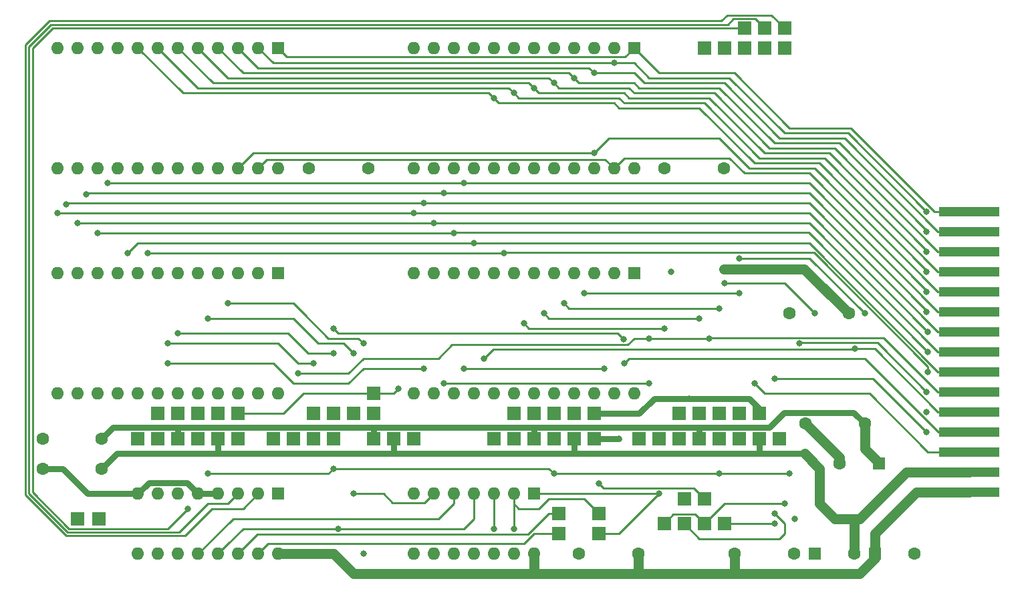
<source format=gbl>
G04 #@! TF.GenerationSoftware,KiCad,Pcbnew,(6.0.0)*
G04 #@! TF.CreationDate,2022-11-09T00:48:37-05:00*
G04 #@! TF.ProjectId,Sorcerer Rom Pack,536f7263-6572-4657-9220-526f6d205061,rev?*
G04 #@! TF.SameCoordinates,Original*
G04 #@! TF.FileFunction,Copper,L2,Bot*
G04 #@! TF.FilePolarity,Positive*
%FSLAX46Y46*%
G04 Gerber Fmt 4.6, Leading zero omitted, Abs format (unit mm)*
G04 Created by KiCad (PCBNEW (6.0.0)) date 2022-11-09 00:48:37*
%MOMM*%
%LPD*%
G01*
G04 APERTURE LIST*
G04 #@! TA.AperFunction,ComponentPad*
%ADD10R,1.700000X1.700000*%
G04 #@! TD*
G04 #@! TA.AperFunction,ComponentPad*
%ADD11R,1.600000X1.600000*%
G04 #@! TD*
G04 #@! TA.AperFunction,ComponentPad*
%ADD12O,1.600000X1.600000*%
G04 #@! TD*
G04 #@! TA.AperFunction,ConnectorPad*
%ADD13R,7.600000X1.270000*%
G04 #@! TD*
G04 #@! TA.AperFunction,ComponentPad*
%ADD14C,1.600000*%
G04 #@! TD*
G04 #@! TA.AperFunction,ViaPad*
%ADD15C,0.800000*%
G04 #@! TD*
G04 #@! TA.AperFunction,Conductor*
%ADD16C,1.270000*%
G04 #@! TD*
G04 #@! TA.AperFunction,Conductor*
%ADD17C,0.800000*%
G04 #@! TD*
G04 #@! TA.AperFunction,Conductor*
%ADD18C,0.250000*%
G04 #@! TD*
G04 APERTURE END LIST*
D10*
X100330000Y-121285000D03*
X161925000Y-74930000D03*
X146050000Y-136525000D03*
X100330000Y-124460000D03*
D11*
X105410000Y-131445000D03*
D12*
X102870000Y-131445000D03*
X100330000Y-131445000D03*
X97790000Y-131445000D03*
X95250000Y-131445000D03*
X92710000Y-131445000D03*
X90170000Y-131445000D03*
X87630000Y-131445000D03*
X87630000Y-139065000D03*
X90170000Y-139065000D03*
X92710000Y-139065000D03*
X95250000Y-139065000D03*
X97790000Y-139065000D03*
X100330000Y-139065000D03*
X102870000Y-139065000D03*
X105410000Y-139065000D03*
D10*
X140970000Y-136525000D03*
X97790000Y-124460000D03*
X161290000Y-121285000D03*
X140335000Y-121285000D03*
X153670000Y-124460000D03*
D13*
X192985000Y-95660000D03*
X192985000Y-98200000D03*
X192985000Y-100740000D03*
X192985000Y-103280000D03*
X192985000Y-105820000D03*
X192985000Y-108360000D03*
X192985000Y-110900000D03*
X192985000Y-113440000D03*
X192985000Y-115980000D03*
X192985000Y-118520000D03*
X192985000Y-121060000D03*
X192985000Y-123600000D03*
X192985000Y-126140000D03*
X192985000Y-128680000D03*
X192985000Y-131220000D03*
D10*
X122555000Y-124460000D03*
D11*
X150500000Y-74925000D03*
D12*
X147960000Y-74925000D03*
X145420000Y-74925000D03*
X142880000Y-74925000D03*
X140340000Y-74925000D03*
X137800000Y-74925000D03*
X135260000Y-74925000D03*
X132720000Y-74925000D03*
X130180000Y-74925000D03*
X127640000Y-74925000D03*
X125100000Y-74925000D03*
X122560000Y-74925000D03*
X122560000Y-90165000D03*
X125100000Y-90165000D03*
X127640000Y-90165000D03*
X130180000Y-90165000D03*
X132720000Y-90165000D03*
X135260000Y-90165000D03*
X137800000Y-90165000D03*
X140340000Y-90165000D03*
X142880000Y-90165000D03*
X145420000Y-90165000D03*
X147960000Y-90165000D03*
X150500000Y-90165000D03*
D10*
X82695000Y-134620000D03*
X164465000Y-72390000D03*
X159385000Y-132080000D03*
X166370000Y-121285000D03*
D14*
X83065000Y-124460000D03*
X75565000Y-124460000D03*
D10*
X135255000Y-124460000D03*
X145415000Y-124460000D03*
X87630000Y-124460000D03*
X167005000Y-74930000D03*
X117475000Y-121285000D03*
D14*
X177680000Y-108585000D03*
X170180000Y-108585000D03*
D10*
X163830000Y-124460000D03*
X95250000Y-121285000D03*
X166370000Y-124460000D03*
X92710000Y-124460000D03*
X112395000Y-121285000D03*
X104775000Y-124460000D03*
X142875000Y-121285000D03*
X92710000Y-121285000D03*
X90170000Y-124460000D03*
X156845000Y-135255000D03*
X90170000Y-121285000D03*
X117475000Y-118745000D03*
X132715000Y-124460000D03*
X151130000Y-124460000D03*
X140970000Y-133985000D03*
X135255000Y-121285000D03*
X137795000Y-121285000D03*
X156845000Y-132080000D03*
X142875000Y-124460000D03*
D11*
X105410000Y-103500000D03*
D12*
X102870000Y-103500000D03*
X100330000Y-103500000D03*
X97790000Y-103500000D03*
X95250000Y-103500000D03*
X92710000Y-103500000D03*
X90170000Y-103500000D03*
X87630000Y-103500000D03*
X85090000Y-103500000D03*
X82550000Y-103500000D03*
X80010000Y-103500000D03*
X77470000Y-103500000D03*
X77470000Y-118740000D03*
X80010000Y-118740000D03*
X82550000Y-118740000D03*
X85090000Y-118740000D03*
X87630000Y-118740000D03*
X90170000Y-118740000D03*
X92710000Y-118740000D03*
X95250000Y-118740000D03*
X97790000Y-118740000D03*
X100330000Y-118740000D03*
X102870000Y-118740000D03*
X105410000Y-118740000D03*
D10*
X114935000Y-121285000D03*
X168910000Y-124460000D03*
X140335000Y-124460000D03*
X109855000Y-121285000D03*
X159385000Y-74930000D03*
X154305000Y-135255000D03*
X161290000Y-124460000D03*
X137795000Y-124460000D03*
D14*
X154365000Y-90170000D03*
X161865000Y-90170000D03*
D10*
X117475000Y-124460000D03*
X156210000Y-121285000D03*
X167005000Y-72390000D03*
X95250000Y-124460000D03*
X146050000Y-133985000D03*
X112395000Y-124460000D03*
X158750000Y-121285000D03*
X163830000Y-121285000D03*
X109855000Y-124460000D03*
X145415000Y-121285000D03*
D11*
X137800000Y-131455000D03*
D12*
X135260000Y-131455000D03*
X132720000Y-131455000D03*
X130180000Y-131455000D03*
X127640000Y-131455000D03*
X125100000Y-131455000D03*
X122560000Y-131455000D03*
X122560000Y-139075000D03*
X125100000Y-139075000D03*
X127640000Y-139075000D03*
X130180000Y-139075000D03*
X132720000Y-139075000D03*
X135260000Y-139075000D03*
X137800000Y-139075000D03*
D10*
X169545000Y-72390000D03*
X80010000Y-134620000D03*
D11*
X173395000Y-139065000D03*
D14*
X178395000Y-139065000D03*
X109340000Y-90170000D03*
X116840000Y-90170000D03*
D10*
X156210000Y-124460000D03*
X159385000Y-135255000D03*
X161925000Y-135255000D03*
X107315000Y-124460000D03*
D11*
X105410000Y-74930000D03*
D12*
X102870000Y-74930000D03*
X100330000Y-74930000D03*
X97790000Y-74930000D03*
X95250000Y-74930000D03*
X92710000Y-74930000D03*
X90170000Y-74930000D03*
X87630000Y-74930000D03*
X85090000Y-74930000D03*
X82550000Y-74930000D03*
X80010000Y-74930000D03*
X77470000Y-74930000D03*
X77470000Y-90170000D03*
X80010000Y-90170000D03*
X82550000Y-90170000D03*
X85090000Y-90170000D03*
X87630000Y-90170000D03*
X90170000Y-90170000D03*
X92710000Y-90170000D03*
X95250000Y-90170000D03*
X97790000Y-90170000D03*
X100330000Y-90170000D03*
X102870000Y-90170000D03*
X105410000Y-90170000D03*
D14*
X179705000Y-122555000D03*
X172205000Y-122555000D03*
D10*
X120015000Y-124460000D03*
D11*
X181530000Y-127635000D03*
D14*
X176530000Y-127635000D03*
D10*
X97790000Y-121285000D03*
D11*
X181015000Y-139065000D03*
D14*
X186015000Y-139065000D03*
X151010000Y-139065000D03*
X143510000Y-139065000D03*
X75565000Y-128270000D03*
X83065000Y-128270000D03*
D10*
X158750000Y-124460000D03*
D11*
X150500000Y-103500000D03*
D12*
X147960000Y-103500000D03*
X145420000Y-103500000D03*
X142880000Y-103500000D03*
X140340000Y-103500000D03*
X137800000Y-103500000D03*
X135260000Y-103500000D03*
X132720000Y-103500000D03*
X130180000Y-103500000D03*
X127640000Y-103500000D03*
X125100000Y-103500000D03*
X122560000Y-103500000D03*
X122560000Y-118740000D03*
X125100000Y-118740000D03*
X127640000Y-118740000D03*
X130180000Y-118740000D03*
X132720000Y-118740000D03*
X135260000Y-118740000D03*
X137800000Y-118740000D03*
X140340000Y-118740000D03*
X142880000Y-118740000D03*
X145420000Y-118740000D03*
X147960000Y-118740000D03*
X150500000Y-118740000D03*
D10*
X169545000Y-74930000D03*
D14*
X163255000Y-139065000D03*
X170755000Y-139065000D03*
D10*
X164465000Y-74930000D03*
D15*
X155164999Y-103280001D03*
X148590000Y-124460000D03*
X110490000Y-139065000D03*
X178435000Y-113030000D03*
X169545000Y-132715000D03*
X131445000Y-114300000D03*
X187550000Y-121060000D03*
X168275000Y-133985000D03*
X163830000Y-101600000D03*
X179705000Y-108585000D03*
X187550000Y-123600000D03*
X168275000Y-116840000D03*
X168275000Y-135255000D03*
X173355000Y-108585000D03*
X161925000Y-104775000D03*
X140335000Y-128905000D03*
X170180000Y-128905000D03*
X96520000Y-128905000D03*
X187550000Y-118520000D03*
X161290000Y-128905000D03*
X171450000Y-112395000D03*
X112395000Y-128270000D03*
X160020000Y-111760000D03*
X107950000Y-116205000D03*
X152400000Y-111760000D03*
X165735000Y-117475000D03*
X153670000Y-131445000D03*
X147960000Y-76830000D03*
X187550000Y-95660000D03*
X145420000Y-78100000D03*
X142880000Y-78735000D03*
X187550000Y-98200000D03*
X137800000Y-80005000D03*
X187550000Y-100740000D03*
X187550000Y-103280000D03*
X132720000Y-81275000D03*
X145420000Y-88260000D03*
X187550000Y-105820000D03*
X128905000Y-92075000D03*
X83820000Y-92075000D03*
X126365000Y-93345000D03*
X187550000Y-108360000D03*
X81134511Y-93490489D03*
X78594511Y-94760489D03*
X123825000Y-94615000D03*
X122560000Y-95885000D03*
X187735000Y-110900000D03*
X77470000Y-95885000D03*
X80010000Y-97155000D03*
X125100000Y-97155000D03*
X82550000Y-98425000D03*
X187735000Y-113440000D03*
X127635000Y-98425000D03*
X86360000Y-100965000D03*
X130180000Y-99700000D03*
X187735000Y-115980000D03*
X133985000Y-100965000D03*
X88900000Y-100965000D03*
X149135489Y-111849511D03*
X149225000Y-114935000D03*
X114935000Y-131445000D03*
X112395000Y-110490000D03*
X132720000Y-135885000D03*
X163830000Y-106045000D03*
X144145000Y-106045000D03*
X123825000Y-115570000D03*
X91440000Y-114935000D03*
X113030000Y-135890000D03*
X140340000Y-79370000D03*
X135260000Y-80640000D03*
X170815000Y-134620000D03*
X120650000Y-118110000D03*
X116205000Y-139065000D03*
X157480000Y-119380000D03*
X161865000Y-102930000D03*
X161290000Y-107950000D03*
X141605000Y-107315000D03*
X139065000Y-108585000D03*
X158750000Y-109220000D03*
X154305000Y-110490000D03*
X136525000Y-109855000D03*
X114935000Y-113665000D03*
X96520000Y-109220000D03*
X112395000Y-113665000D03*
X92710000Y-111125000D03*
X91440000Y-112395000D03*
X109855000Y-114935000D03*
X99060000Y-107315000D03*
X116205000Y-112395000D03*
X152400000Y-117475000D03*
X126365000Y-117475000D03*
X146050000Y-130175000D03*
X146685000Y-115570000D03*
X128905000Y-115570000D03*
X93980000Y-133350000D03*
X135260000Y-135885000D03*
D16*
X151010000Y-139065000D02*
X151010000Y-141485000D01*
X151130000Y-141605000D02*
X163195000Y-141605000D01*
X181015000Y-136485000D02*
X181015000Y-139065000D01*
X186280000Y-131220000D02*
X181015000Y-136485000D01*
X163195000Y-141605000D02*
X163255000Y-141545000D01*
X163255000Y-141545000D02*
X163255000Y-139065000D01*
D17*
X145415000Y-124460000D02*
X148590000Y-124460000D01*
D16*
X151010000Y-141485000D02*
X151130000Y-141605000D01*
X192985000Y-131220000D02*
X186280000Y-131220000D01*
X163195000Y-141605000D02*
X179070000Y-141605000D01*
X137795000Y-141605000D02*
X151130000Y-141605000D01*
X114935000Y-141605000D02*
X137795000Y-141605000D01*
X137795000Y-141605000D02*
X137800000Y-141600000D01*
X179070000Y-141605000D02*
X181015000Y-139660000D01*
X105410000Y-139065000D02*
X112395000Y-139065000D01*
X181015000Y-139660000D02*
X181015000Y-139065000D01*
X112395000Y-139065000D02*
X114935000Y-141605000D01*
X137800000Y-141600000D02*
X137800000Y-139075000D01*
X179070000Y-134620000D02*
X178435000Y-134620000D01*
X185010000Y-128680000D02*
X179070000Y-134620000D01*
X175895000Y-134620000D02*
X173990000Y-132715000D01*
D17*
X97790000Y-126365000D02*
X97790000Y-124460000D01*
X166370000Y-126365000D02*
X172085000Y-126365000D01*
X84970000Y-126365000D02*
X97790000Y-126365000D01*
D16*
X173990000Y-132715000D02*
X173990000Y-128270000D01*
X178435000Y-134620000D02*
X175895000Y-134620000D01*
D17*
X83065000Y-128270000D02*
X84970000Y-126365000D01*
D16*
X192985000Y-128680000D02*
X185010000Y-128680000D01*
D17*
X120015000Y-124460000D02*
X120015000Y-126365000D01*
X97790000Y-126365000D02*
X120015000Y-126365000D01*
D16*
X178395000Y-139065000D02*
X178395000Y-134660000D01*
X173990000Y-128270000D02*
X172085000Y-126365000D01*
D17*
X142875000Y-124460000D02*
X142875000Y-126365000D01*
X166370000Y-124460000D02*
X166370000Y-126365000D01*
D16*
X178395000Y-134660000D02*
X178435000Y-134620000D01*
D17*
X142875000Y-126365000D02*
X166370000Y-126365000D01*
X120015000Y-126365000D02*
X142875000Y-126365000D01*
X117475000Y-124460000D02*
X117475000Y-123190000D01*
X117475000Y-123190000D02*
X117295489Y-123010489D01*
X92710000Y-123190000D02*
X92889511Y-123010489D01*
X158929511Y-123010489D02*
X159205489Y-123010489D01*
D16*
X181530000Y-127555000D02*
X179705000Y-125730000D01*
D17*
X178305489Y-121155489D02*
X169495000Y-121155489D01*
X169495000Y-121155489D02*
X167640000Y-123010489D01*
X137795000Y-124460000D02*
X137795000Y-123190000D01*
X158750000Y-124460000D02*
X158750000Y-123190000D01*
X159205489Y-123010489D02*
X137974511Y-123010489D01*
X84514511Y-123010489D02*
X83065000Y-124460000D01*
X92889511Y-123010489D02*
X84514511Y-123010489D01*
X167640000Y-123010489D02*
X159205489Y-123010489D01*
X158750000Y-123190000D02*
X158929511Y-123010489D01*
D16*
X179705000Y-125730000D02*
X179705000Y-122555000D01*
X181530000Y-127635000D02*
X181530000Y-127555000D01*
D17*
X137974511Y-123010489D02*
X117295489Y-123010489D01*
X92710000Y-124460000D02*
X92710000Y-123190000D01*
X117295489Y-123010489D02*
X92889511Y-123010489D01*
X179705000Y-122555000D02*
X178305489Y-121155489D01*
X137795000Y-123190000D02*
X137974511Y-123010489D01*
D18*
X131445000Y-114300000D02*
X132625489Y-113119511D01*
X180975000Y-113030000D02*
X178435000Y-113030000D01*
X161925000Y-132715000D02*
X169545000Y-132715000D01*
X154305000Y-135255000D02*
X155479511Y-134080489D01*
X178345489Y-113119511D02*
X178435000Y-113030000D01*
X159385000Y-135255000D02*
X161925000Y-132715000D01*
X132625489Y-113119511D02*
X178345489Y-113119511D01*
X192985000Y-121060000D02*
X189005000Y-121060000D01*
X158210489Y-134080489D02*
X159385000Y-135255000D01*
X155479511Y-134080489D02*
X158210489Y-134080489D01*
X189005000Y-121060000D02*
X180975000Y-113030000D01*
X169545000Y-136525000D02*
X168910000Y-137160000D01*
X168275000Y-133985000D02*
X169545000Y-135255000D01*
X168910000Y-137160000D02*
X158750000Y-137160000D01*
X169545000Y-135255000D02*
X169545000Y-136525000D01*
X163830000Y-101600000D02*
X172720000Y-101600000D01*
X172720000Y-101600000D02*
X179705000Y-108585000D01*
X158750000Y-137160000D02*
X156845000Y-135255000D01*
X180790000Y-116840000D02*
X187550000Y-123600000D01*
X168275000Y-116840000D02*
X180790000Y-116840000D01*
X167640000Y-135255000D02*
X168275000Y-135255000D01*
X167640000Y-135255000D02*
X161925000Y-135255000D01*
X171539511Y-112305489D02*
X181335489Y-112305489D01*
X187550000Y-118520000D02*
X181835000Y-112805000D01*
X112395000Y-128270000D02*
X139700000Y-128270000D01*
X171450000Y-112395000D02*
X171539511Y-112305489D01*
X161290000Y-128905000D02*
X170180000Y-128905000D01*
X173355000Y-108585000D02*
X169545000Y-104775000D01*
X169545000Y-104775000D02*
X161925000Y-104775000D01*
X96520000Y-128905000D02*
X111760000Y-128905000D01*
X181335489Y-112305489D02*
X181835000Y-112805000D01*
X140335000Y-128905000D02*
X161290000Y-128905000D01*
X111760000Y-128905000D02*
X112395000Y-128270000D01*
X139700000Y-128270000D02*
X140335000Y-128905000D01*
X160020000Y-111760000D02*
X152400000Y-111760000D01*
X182085489Y-111670489D02*
X160109511Y-111670489D01*
X127455978Y-112574022D02*
X125730000Y-114300000D01*
X150495000Y-111760000D02*
X149680978Y-112574022D01*
X192985000Y-118520000D02*
X188935000Y-118520000D01*
X116205000Y-114300000D02*
X114300000Y-116205000D01*
X125730000Y-114300000D02*
X116205000Y-114300000D01*
X160109511Y-111670489D02*
X160020000Y-111760000D01*
X152400000Y-111760000D02*
X150495000Y-111760000D01*
X188935000Y-118520000D02*
X182085489Y-111670489D01*
X149680978Y-112574022D02*
X127455978Y-112574022D01*
X114300000Y-116205000D02*
X107950000Y-116205000D01*
X167005000Y-118745000D02*
X165735000Y-117475000D01*
X187735000Y-126140000D02*
X180340000Y-118745000D01*
X192985000Y-126140000D02*
X187735000Y-126140000D01*
X180340000Y-118745000D02*
X167005000Y-118745000D01*
X146050000Y-136525000D02*
X148590000Y-136525000D01*
X148590000Y-136525000D02*
X153670000Y-131445000D01*
X153660000Y-131455000D02*
X137800000Y-131455000D01*
X153670000Y-131445000D02*
X153660000Y-131455000D01*
X105410000Y-74930000D02*
X106529511Y-76049511D01*
X153680000Y-78105000D02*
X150500000Y-74925000D01*
X149375489Y-76049511D02*
X150500000Y-74925000D01*
X163195000Y-78105000D02*
X153680000Y-78105000D01*
X188574614Y-95660000D02*
X178004614Y-85090000D01*
X192985000Y-95660000D02*
X188574614Y-95660000D01*
X178004614Y-85090000D02*
X170180000Y-85090000D01*
X170180000Y-85090000D02*
X163195000Y-78105000D01*
X106529511Y-76049511D02*
X149375489Y-76049511D01*
X104775000Y-76835000D02*
X147955000Y-76835000D01*
X152400000Y-78740000D02*
X150490000Y-76830000D01*
X102870000Y-74930000D02*
X104775000Y-76835000D01*
X177615000Y-85725000D02*
X169545000Y-85725000D01*
X169545000Y-85725000D02*
X162560000Y-78740000D01*
X150490000Y-76830000D02*
X147960000Y-76830000D01*
X147955000Y-76835000D02*
X147960000Y-76830000D01*
X162560000Y-78740000D02*
X152400000Y-78740000D01*
X187550000Y-95660000D02*
X177615000Y-85725000D01*
X151765000Y-79375000D02*
X161925000Y-79375000D01*
X189005000Y-98200000D02*
X192985000Y-98200000D01*
X150490000Y-78100000D02*
X151765000Y-79375000D01*
X102870000Y-77470000D02*
X144790000Y-77470000D01*
X168910000Y-86360000D02*
X177165000Y-86360000D01*
X161925000Y-79375000D02*
X168910000Y-86360000D01*
X177165000Y-86360000D02*
X189005000Y-98200000D01*
X145420000Y-78100000D02*
X150490000Y-78100000D01*
X100330000Y-74930000D02*
X102870000Y-77470000D01*
X144790000Y-77470000D02*
X145420000Y-78100000D01*
X143520000Y-79375000D02*
X142880000Y-78735000D01*
X97790000Y-74930000D02*
X100965000Y-78105000D01*
X187550000Y-98200000D02*
X187550000Y-98015000D01*
X150495000Y-79375000D02*
X143520000Y-79375000D01*
X187550000Y-98015000D02*
X176530000Y-86995000D01*
X161290000Y-80010000D02*
X151130000Y-80010000D01*
X142250000Y-78105000D02*
X142880000Y-78735000D01*
X176530000Y-86995000D02*
X168275000Y-86995000D01*
X168275000Y-86995000D02*
X161290000Y-80010000D01*
X100965000Y-78105000D02*
X142250000Y-78105000D01*
X151130000Y-80010000D02*
X150495000Y-79375000D01*
X167005000Y-88265000D02*
X160020000Y-81280000D01*
X160020000Y-81280000D02*
X149860000Y-81280000D01*
X149860000Y-81280000D02*
X149225000Y-80645000D01*
X187550000Y-100555000D02*
X175260000Y-88265000D01*
X187550000Y-100740000D02*
X187550000Y-100555000D01*
X138440000Y-80645000D02*
X137800000Y-80005000D01*
X97155000Y-79375000D02*
X137170000Y-79375000D01*
X92710000Y-74930000D02*
X97155000Y-79375000D01*
X175260000Y-88265000D02*
X167005000Y-88265000D01*
X137170000Y-79375000D02*
X137800000Y-80005000D01*
X149225000Y-80645000D02*
X138440000Y-80645000D01*
X87630000Y-74930000D02*
X93345000Y-80645000D01*
X147955000Y-81915000D02*
X148590000Y-82550000D01*
X187550000Y-103095000D02*
X187550000Y-103280000D01*
X132090000Y-80645000D02*
X132720000Y-81275000D01*
X148590000Y-82550000D02*
X158750000Y-82550000D01*
X133360000Y-81915000D02*
X147955000Y-81915000D01*
X165735000Y-89535000D02*
X173990000Y-89535000D01*
X158750000Y-82550000D02*
X165735000Y-89535000D01*
X173990000Y-89535000D02*
X187550000Y-103095000D01*
X93345000Y-80645000D02*
X132090000Y-80645000D01*
X132720000Y-81275000D02*
X133360000Y-81915000D01*
X102240000Y-88260000D02*
X145420000Y-88260000D01*
X100330000Y-90170000D02*
X102240000Y-88260000D01*
X189005000Y-105820000D02*
X192985000Y-105820000D01*
X145420000Y-88260000D02*
X147320000Y-86360000D01*
X165100000Y-90170000D02*
X173355000Y-90170000D01*
X147320000Y-86360000D02*
X161290000Y-86360000D01*
X173355000Y-90170000D02*
X189005000Y-105820000D01*
X161290000Y-86360000D02*
X165100000Y-90170000D01*
X102870000Y-90170000D02*
X103999511Y-89040489D01*
X164465000Y-90805000D02*
X172720000Y-90805000D01*
X172720000Y-90805000D02*
X187550000Y-105635000D01*
X149225000Y-88900000D02*
X162560000Y-88900000D01*
X146835489Y-89040489D02*
X147960000Y-90165000D01*
X103999511Y-89040489D02*
X146835489Y-89040489D01*
X162560000Y-88900000D02*
X164465000Y-90805000D01*
X187550000Y-105635000D02*
X187550000Y-105820000D01*
X147960000Y-90165000D02*
X149225000Y-88900000D01*
X128905000Y-92075000D02*
X172720000Y-92075000D01*
X172720000Y-92075000D02*
X189005000Y-108360000D01*
X189005000Y-108360000D02*
X192985000Y-108360000D01*
X128905000Y-92075000D02*
X83820000Y-92075000D01*
X126365000Y-93345000D02*
X172720000Y-93345000D01*
X172720000Y-93345000D02*
X187550000Y-108175000D01*
X81280000Y-93345000D02*
X81134511Y-93490489D01*
X187550000Y-108175000D02*
X187550000Y-108360000D01*
X85725000Y-93345000D02*
X81280000Y-93345000D01*
X85725000Y-93345000D02*
X126365000Y-93345000D01*
X78740000Y-94615000D02*
X78594511Y-94760489D01*
X123825000Y-94615000D02*
X172720000Y-94615000D01*
X172720000Y-94615000D02*
X189005000Y-110900000D01*
X84455000Y-94615000D02*
X78740000Y-94615000D01*
X84455000Y-94615000D02*
X123825000Y-94615000D01*
X189005000Y-110900000D02*
X192985000Y-110900000D01*
X122560000Y-95885000D02*
X172720000Y-95885000D01*
X172720000Y-95885000D02*
X187735000Y-110900000D01*
X122560000Y-95885000D02*
X77470000Y-95885000D01*
X80010000Y-97155000D02*
X125100000Y-97155000D01*
X125100000Y-97155000D02*
X172720000Y-97155000D01*
X172720000Y-97155000D02*
X189005000Y-113440000D01*
X189005000Y-113440000D02*
X192985000Y-113440000D01*
X172630489Y-98335489D02*
X187735000Y-113440000D01*
X127724511Y-98335489D02*
X172630489Y-98335489D01*
X127635000Y-98425000D02*
X127724511Y-98335489D01*
X82550000Y-98425000D02*
X127635000Y-98425000D01*
X172725000Y-99700000D02*
X189005000Y-115980000D01*
X86360000Y-100965000D02*
X87630000Y-99695000D01*
X87630000Y-99695000D02*
X130175000Y-99695000D01*
X189005000Y-115980000D02*
X192985000Y-115980000D01*
X130180000Y-99700000D02*
X172725000Y-99700000D01*
X130175000Y-99695000D02*
X130180000Y-99700000D01*
X133985000Y-100965000D02*
X134074511Y-100875489D01*
X173264771Y-100875489D02*
X187735000Y-115345718D01*
X187735000Y-115345718D02*
X187735000Y-115980000D01*
X88900000Y-100965000D02*
X133985000Y-100965000D01*
X134074511Y-100875489D02*
X173264771Y-100875489D01*
X189065386Y-123600000D02*
X179765386Y-114300000D01*
X148410978Y-111125000D02*
X149135489Y-111849511D01*
X179765386Y-114300000D02*
X149860000Y-114300000D01*
X125100000Y-131455000D02*
X123975489Y-132579511D01*
X118745000Y-131445000D02*
X119879511Y-132579511D01*
X192985000Y-123600000D02*
X189065386Y-123600000D01*
X112395000Y-110490000D02*
X113030000Y-111125000D01*
X114935000Y-131445000D02*
X118745000Y-131445000D01*
X123975489Y-132579511D02*
X119879511Y-132579511D01*
X149860000Y-114300000D02*
X149225000Y-114935000D01*
X113030000Y-111125000D02*
X148410978Y-111125000D01*
X132720000Y-135885000D02*
X132720000Y-131455000D01*
X163830000Y-106045000D02*
X144145000Y-106045000D01*
X107315000Y-117475000D02*
X114300000Y-117475000D01*
X91440000Y-114935000D02*
X104775000Y-114935000D01*
X114300000Y-117475000D02*
X116205000Y-115570000D01*
X104775000Y-114935000D02*
X107315000Y-117475000D01*
X116205000Y-115570000D02*
X123825000Y-115570000D01*
X128905000Y-135890000D02*
X130180000Y-134615000D01*
X130180000Y-134615000D02*
X130180000Y-131455000D01*
X97790000Y-139065000D02*
X99060000Y-137795000D01*
X113030000Y-135890000D02*
X128905000Y-135890000D01*
X100965000Y-135890000D02*
X113030000Y-135890000D01*
X99060000Y-137795000D02*
X100965000Y-135890000D01*
X127640000Y-132710000D02*
X127640000Y-131455000D01*
X95250000Y-139065000D02*
X99695000Y-134620000D01*
X99695000Y-134620000D02*
X125730000Y-134620000D01*
X125730000Y-134620000D02*
X127640000Y-132710000D01*
X189005000Y-100740000D02*
X192985000Y-100740000D01*
X160655000Y-80645000D02*
X167640000Y-87630000D01*
X175895000Y-87630000D02*
X189005000Y-100740000D01*
X167640000Y-87630000D02*
X175895000Y-87630000D01*
X99060000Y-78740000D02*
X139710000Y-78740000D01*
X95250000Y-74930000D02*
X99060000Y-78740000D01*
X139710000Y-78740000D02*
X140340000Y-79370000D01*
X150495000Y-80645000D02*
X160655000Y-80645000D01*
X149860000Y-80010000D02*
X150495000Y-80645000D01*
X140980000Y-80010000D02*
X149860000Y-80010000D01*
X140340000Y-79370000D02*
X140980000Y-80010000D01*
X174625000Y-88900000D02*
X189005000Y-103280000D01*
X90170000Y-74930000D02*
X95250000Y-80010000D01*
X166370000Y-88900000D02*
X174625000Y-88900000D01*
X149225000Y-81915000D02*
X159385000Y-81915000D01*
X148590000Y-81280000D02*
X149225000Y-81915000D01*
X95250000Y-80010000D02*
X134630000Y-80010000D01*
X135900000Y-81280000D02*
X148590000Y-81280000D01*
X134630000Y-80010000D02*
X135260000Y-80640000D01*
X135260000Y-80640000D02*
X135900000Y-81280000D01*
X159385000Y-81915000D02*
X166370000Y-88900000D01*
X189005000Y-103280000D02*
X192985000Y-103280000D01*
D17*
X157480000Y-119380000D02*
X165100000Y-119380000D01*
D16*
X176530000Y-126880000D02*
X172205000Y-122555000D01*
D17*
X165100000Y-119380000D02*
X166370000Y-120650000D01*
D18*
X120650000Y-118110000D02*
X120015000Y-118745000D01*
D17*
X81280000Y-131445000D02*
X87630000Y-131445000D01*
X151130000Y-121285000D02*
X145415000Y-121285000D01*
X153035000Y-119380000D02*
X151130000Y-121285000D01*
D18*
X120015000Y-118745000D02*
X117475000Y-118745000D01*
X108585000Y-118745000D02*
X117475000Y-118745000D01*
X100330000Y-121285000D02*
X106045000Y-121285000D01*
X106045000Y-121285000D02*
X108585000Y-118745000D01*
D17*
X75565000Y-128270000D02*
X78105000Y-128270000D01*
D16*
X172025000Y-102930000D02*
X177680000Y-108585000D01*
X176530000Y-127635000D02*
X176530000Y-126880000D01*
D17*
X95250000Y-131445000D02*
X97790000Y-131445000D01*
D16*
X161865000Y-102930000D02*
X172025000Y-102930000D01*
D17*
X78105000Y-128270000D02*
X81280000Y-131445000D01*
X157480000Y-119380000D02*
X153035000Y-119380000D01*
X87630000Y-131445000D02*
X89029511Y-130045489D01*
X166370000Y-120650000D02*
X166370000Y-121285000D01*
X93850489Y-130045489D02*
X95250000Y-131445000D01*
X89029511Y-130045489D02*
X93850489Y-130045489D01*
D18*
X142240000Y-107950000D02*
X141605000Y-107315000D01*
X161290000Y-107950000D02*
X142240000Y-107950000D01*
X158750000Y-109220000D02*
X139700000Y-109220000D01*
X139700000Y-109220000D02*
X139065000Y-108585000D01*
X154305000Y-110490000D02*
X137160000Y-110490000D01*
X137160000Y-110490000D02*
X136525000Y-109855000D01*
X139699282Y-133985000D02*
X137069771Y-136614511D01*
X140970000Y-133985000D02*
X139699282Y-133985000D01*
X137069771Y-136614511D02*
X102780489Y-136614511D01*
X102780489Y-136614511D02*
X100330000Y-139065000D01*
X107315000Y-109220000D02*
X96520000Y-109220000D01*
X113030000Y-112395000D02*
X110490000Y-112395000D01*
X114935000Y-113665000D02*
X113665000Y-112395000D01*
X113665000Y-112395000D02*
X113030000Y-112395000D01*
X110490000Y-112395000D02*
X107315000Y-109220000D01*
X109220000Y-113665000D02*
X110490000Y-113665000D01*
X106680000Y-111125000D02*
X109220000Y-113665000D01*
X112395000Y-113665000D02*
X110490000Y-113665000D01*
X106680000Y-111125000D02*
X92710000Y-111125000D01*
X105410000Y-112395000D02*
X91440000Y-112395000D01*
X107950000Y-114935000D02*
X105410000Y-112395000D01*
X109855000Y-114935000D02*
X107950000Y-114935000D01*
X115570000Y-111760000D02*
X111760000Y-111760000D01*
X116205000Y-112395000D02*
X115570000Y-111760000D01*
X107315000Y-107315000D02*
X108585000Y-108585000D01*
X99060000Y-107315000D02*
X107315000Y-107315000D01*
X111760000Y-111760000D02*
X108585000Y-108585000D01*
X150495000Y-117475000D02*
X126365000Y-117475000D01*
X150495000Y-117475000D02*
X152400000Y-117475000D01*
X159385000Y-132080000D02*
X158025489Y-130720489D01*
X146595489Y-130720489D02*
X146050000Y-130175000D01*
X128905000Y-115570000D02*
X146685000Y-115570000D01*
X158025489Y-130720489D02*
X146595489Y-130720489D01*
X74295000Y-131254022D02*
X78930978Y-135890000D01*
X78930978Y-135890000D02*
X91440000Y-135890000D01*
X74295000Y-74930000D02*
X74295000Y-131254022D01*
X164465000Y-72390000D02*
X76835000Y-72390000D01*
X76835000Y-72390000D02*
X74295000Y-74930000D01*
X91440000Y-135890000D02*
X93980000Y-133350000D01*
X73845480Y-74743803D02*
X73845480Y-131440219D01*
X167005000Y-72390000D02*
X165830489Y-71215489D01*
X78744781Y-136339520D02*
X92895480Y-136339520D01*
X163099511Y-71215489D02*
X162374520Y-71940480D01*
X99060000Y-132715000D02*
X100330000Y-131445000D01*
X96520000Y-132715000D02*
X92895480Y-136339520D01*
X76648802Y-71940480D02*
X73845480Y-74743803D01*
X99060000Y-132715000D02*
X96520000Y-132715000D01*
X162374520Y-71940480D02*
X76648802Y-71940480D01*
X73845480Y-131440219D02*
X78744781Y-136339520D01*
X165830489Y-71215489D02*
X163099511Y-71215489D01*
X78558584Y-136789040D02*
X73395960Y-131626416D01*
X102870000Y-131445000D02*
X100965000Y-133350000D01*
X73395960Y-74557606D02*
X76462606Y-71490960D01*
X162279031Y-70765969D02*
X167920969Y-70765969D01*
X76462606Y-71490960D02*
X161554040Y-71490960D01*
X100965000Y-133350000D02*
X97048080Y-133350000D01*
X167920969Y-70765969D02*
X169545000Y-72390000D01*
X161554040Y-71490960D02*
X162279031Y-70765969D01*
X97048080Y-133350000D02*
X93609040Y-136789040D01*
X73395960Y-131626416D02*
X73395960Y-74557606D01*
X93609040Y-136789040D02*
X78558584Y-136789040D01*
X102870000Y-139065000D02*
X104140000Y-137795000D01*
X104140000Y-137795000D02*
X136525000Y-137795000D01*
X137795000Y-136525000D02*
X140970000Y-136525000D01*
X136525000Y-137795000D02*
X137795000Y-136525000D01*
X139700000Y-132080000D02*
X138430000Y-133350000D01*
X144145000Y-132080000D02*
X139700000Y-132080000D01*
X135260000Y-132720000D02*
X135260000Y-131455000D01*
X138430000Y-133350000D02*
X135890000Y-133350000D01*
X146050000Y-133985000D02*
X144145000Y-132080000D01*
X135890000Y-133350000D02*
X135260000Y-132720000D01*
X135260000Y-135885000D02*
X135260000Y-131455000D01*
M02*

</source>
